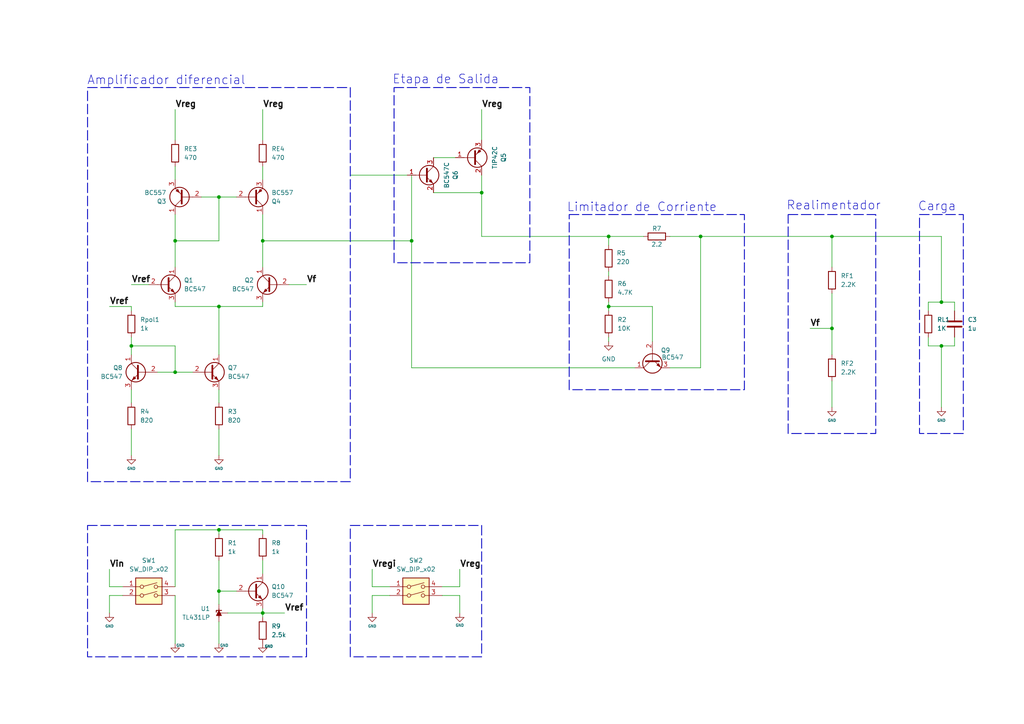
<source format=kicad_sch>
(kicad_sch (version 20250114) (generator "eeschema") (generator_version "9.0")
  (paper "A4")
  (lib_symbols
    (symbol "Device:C" (pin_numbers (hide yes)) (pin_names (offset 0.254))
      (property "Reference" "C" (at 0.635 2.54 0))
      (property "Value" "C" (at 0.635 -2.54 0))
      (symbol "C_0_1"
        (polyline (pts (xy -2.032 0.762) (xy 2.032 0.762)) (stroke (width 0.508)))
        (polyline (pts (xy -2.032 -0.762) (xy 2.032 -0.762)) (stroke (width 0.508)))
      )
      (symbol "C_1_1"
        (pin passive line (at 0 3.81 270) (length 2.794) (name "~") (number "1"))
        (pin passive line (at 0 -3.81 90) (length 2.794) (name "~") (number "2"))
      )
    )
    (symbol "Device:R" (pin_numbers (hide yes)) (pin_names (offset 0))
      (property "Reference" "R" (at 2.032 0 90))
      (property "Value" "R" (at 0 0 90))
      (symbol "R_0_1"
        (rectangle (start -1.016 -2.54) (end 1.016 2.54) (stroke (width 0.254)))
      )
      (symbol "R_1_1"
        (pin passive line (at 0 3.81 270) (length 1.27) (name "~") (number "1"))
        (pin passive line (at 0 -3.81 90) (length 1.27) (name "~") (number "2"))
      )
    )
    (symbol "Reference_Voltage:TL431LP" (pin_numbers (hide yes)) (pin_names (hide yes))
      (property "Reference" "U" (at -2.54 2.54 0))
      (property "Value" "TL431LP" (at 0 -2.54 0))
      (symbol "TL431LP_0_1"
        (polyline (pts (xy -1.27 0) (xy 0 0) (xy 1.27 0)))
        (polyline (pts (xy -0.762 -0.762) (xy -0.762 0.762) (xy 0.762 0) (xy -0.762 -0.762)) (fill (type outline)))
        (polyline (pts (xy 0.254 -0.762) (xy 0.762 -0.762) (xy 0.762 0.762) (xy 0.762 0.762)) (stroke (width 0.254)))
      )
      (symbol "TL431LP_1_1"
        (pin passive line (at -2.54 0 0) (length 2.54) (name "A") (number "2"))
        (pin passive line (at 0 2.54 270) (length 2.54) (name "REF") (number "1"))
        (pin passive line (at 2.54 0 180) (length 2.54) (name "K") (number "3"))
      )
    )
    (symbol "Switch:SW_DIP_x02" (pin_names (offset 0) (hide yes))
      (property "Reference" "SW" (at 0 6.35 0))
      (property "Value" "SW_DIP_x02" (at 0 -3.81 0))
      (symbol "SW_DIP_x02_0_0"
        (circle (center -2.032 2.54) (radius 0.508))
        (circle (center -2.032 0) (radius 0.508))
        (polyline (pts (xy -1.524 2.667) (xy 2.3622 3.7084)))
        (polyline (pts (xy -1.524 0.127) (xy 2.3622 1.1684)))
        (circle (center 2.032 2.54) (radius 0.508))
        (circle (center 2.032 0) (radius 0.508))
      )
      (symbol "SW_DIP_x02_0_1"
        (rectangle (start -3.81 5.08) (end 3.81 -2.54) (stroke (width 0.254)) (fill (type background)))
      )
      (symbol "SW_DIP_x02_1_1"
        (pin passive line (at -7.62 2.54 0) (length 5.08) (name "~") (number "1"))
        (pin passive line (at -7.62 0 0) (length 5.08) (name "~") (number "2"))
        (pin passive line (at 7.62 2.54 180) (length 5.08) (name "~") (number "4"))
        (pin passive line (at 7.62 0 180) (length 5.08) (name "~") (number "3"))
      )
    )
    (symbol "Transistor_BJT:2N3055" (pin_names (offset 0) (hide yes))
      (property "Reference" "Q" (at 5.08 1.905 0))
      (property "Value" "2N3055" (at 5.08 0 0))
      (symbol "2N3055_0_1"
        (polyline (pts (xy -2.54 0) (xy 0.635 0)))
        (polyline (pts (xy 0.635 1.905) (xy 0.635 -1.905)) (stroke (width 0.508)))
        (circle (center 1.27 0) (radius 2.8194) (stroke (width 0.254)))
      )
      (symbol "2N3055_1_1"
        (polyline (pts (xy 0.635 0.635) (xy 2.54 2.54)))
        (polyline (pts (xy 0.635 -0.635) (xy 2.54 -2.54)))
        (polyline (pts (xy 1.27 -1.778) (xy 1.778 -1.27) (xy 2.286 -2.286) (xy 1.27 -1.778)) (fill (type outline)))
        (pin input line (at -5.08 0 0) (length 2.54) (name "B") (number "1"))
        (pin passive line (at 2.54 5.08 270) (length 2.54) (name "C") (number "3"))
        (pin passive line (at 2.54 -5.08 90) (length 2.54) (name "E") (number "2"))
      )
    )
    (symbol "Transistor_BJT:BC547" (pin_names (offset 0) (hide yes))
      (property "Reference" "Q" (at 5.08 1.905 0))
      (property "Value" "BC547" (at 5.08 0 0))
      (symbol "BC547_0_1"
        (polyline (pts (xy -2.54 0) (xy 0.635 0)))
        (polyline (pts (xy 0.635 1.905) (xy 0.635 -1.905)) (stroke (width 0.508)))
        (circle (center 1.27 0) (radius 2.8194) (stroke (width 0.254)))
      )
      (symbol "BC547_1_1"
        (polyline (pts (xy 0.635 0.635) (xy 2.54 2.54)))
        (polyline (pts (xy 0.635 -0.635) (xy 2.54 -2.54)))
        (polyline (pts (xy 1.27 -1.778) (xy 1.778 -1.27) (xy 2.286 -2.286) (xy 1.27 -1.778)) (fill (type outline)))
        (pin input line (at -5.08 0 0) (length 2.54) (name "B") (number "2"))
        (pin passive line (at 2.54 5.08 270) (length 2.54) (name "C") (number "1"))
        (pin passive line (at 2.54 -5.08 90) (length 2.54) (name "E") (number "3"))
      )
    )
    (symbol "Transistor_BJT:BC557" (pin_names (offset 0) (hide yes))
      (property "Reference" "Q" (at 5.08 1.905 0))
      (property "Value" "BC557" (at 5.08 0 0))
      (symbol "BC557_0_1"
        (polyline (pts (xy -2.54 0) (xy 0.635 0)))
        (polyline (pts (xy 0.635 1.905) (xy 0.635 -1.905)) (stroke (width 0.508)))
        (polyline (pts (xy 0.635 0.635) (xy 2.54 2.54)))
        (polyline (pts (xy 0.635 -0.635) (xy 2.54 -2.54)))
        (circle (center 1.27 0) (radius 2.8194) (stroke (width 0.254)))
        (polyline (pts (xy 2.286 -1.778) (xy 1.778 -2.286) (xy 1.27 -1.27) (xy 2.286 -1.778)) (fill (type outline)))
      )
      (symbol "BC557_1_1"
        (pin input line (at -5.08 0 0) (length 2.54) (name "B") (number "2"))
        (pin passive line (at 2.54 5.08 270) (length 2.54) (name "C") (number "1"))
        (pin passive line (at 2.54 -5.08 90) (length 2.54) (name "E") (number "3"))
      )
    )
    (symbol "Transistor_BJT:TIP42C" (pin_names (offset 0) (hide yes))
      (property "Reference" "Q" (at 6.35 1.905 0))
      (property "Value" "TIP42C" (at 6.35 0 0))
      (symbol "TIP42C_0_1"
        (polyline (pts (xy -2.54 0) (xy 0.635 0)))
        (polyline (pts (xy 0.635 1.905) (xy 0.635 -1.905)) (stroke (width 0.508)))
        (polyline (pts (xy 0.635 0.635) (xy 2.54 2.54)))
        (polyline (pts (xy 0.635 -0.635) (xy 2.54 -2.54)))
        (circle (center 1.27 0) (radius 2.8194) (stroke (width 0.254)))
        (polyline (pts (xy 2.286 -1.778) (xy 1.778 -2.286) (xy 1.27 -1.27) (xy 2.286 -1.778)) (fill (type outline)))
      )
      (symbol "TIP42C_1_1"
        (pin input line (at -5.08 0 0) (length 2.54) (name "B") (number "1"))
        (pin passive line (at 2.54 5.08 270) (length 2.54) (name "C") (number "2"))
        (pin passive line (at 2.54 -5.08 90) (length 2.54) (name "E") (number "3"))
      )
    )
    (symbol "complex_hierarchy:GND" (power) (pin_names (offset 0))
      (property "Value" "GND" (at 0 -3.1242 0))
      (symbol "GND_0_1"
        (polyline (pts (xy 0 0) (xy 0 -1.27) (xy 1.27 -1.27) (xy 0 -2.54) (xy -1.27 -1.27) (xy 0 -1.27)))
      )
      (symbol "GND_1_1"
        (pin power_in line (at 0 0 270) (length 0) (hide yes) (name "GND") (number "1"))
      )
    )
    (symbol "complex_hierarchy:R" (pin_numbers (hide yes)) (pin_names (offset 0))
      (property "Reference" "R" (at 2.032 0 90))
      (property "Value" "R" (at 0 0 90))
      (symbol "R_0_1"
        (rectangle (start -1.016 -2.54) (end 1.016 2.54) (stroke (width 0.254)))
      )
      (symbol "R_1_1"
        (pin passive line (at 0 3.81 270) (length 1.27) (name "~") (number "1"))
        (pin passive line (at 0 -3.81 90) (length 1.27) (name "~") (number "2"))
      )
    )
    (symbol "power:GND" (power) (pin_numbers (hide yes)) (pin_names (offset 0) (hide yes))
      (property "Value" "GND" (at 0 -3.81 0))
      (symbol "GND_0_1"
        (polyline (pts (xy 0 0) (xy 0 -1.27) (xy 1.27 -1.27) (xy 0 -2.54) (xy -1.27 -1.27) (xy 0 -1.27)))
      )
      (symbol "GND_1_1"
        (pin power_in line (at 0 0 270) (length 0) (name "~") (number "1"))
      )
    )
  )
  (rectangle (start 25.4 152.4) (end 88.9 190.5) (stroke (width 0.254) (type dash)))
  (rectangle (start 101.6 152.4) (end 139.7 190.5) (stroke (width 0.254) (type dash)))
  (rectangle (start 25.4 25.4) (end 101.6 139.7) (stroke (width 0.254) (type dash)))
  (rectangle (start 165.1 62.23) (end 215.9 113.03) (stroke (width 0.254) (type dash)))
  (rectangle (start 114.3 25.4) (end 153.67 76.2) (stroke (width 0.254) (type dash)))
  (rectangle (start 266.7 62.23) (end 279.4 125.73) (stroke (width 0.254) (type dash)))
  (rectangle (start 228.6 62.23) (end 254 125.73) (stroke (width 0.254) (type dash)))
  (text "Limitador de Corriente" (at 186.182 60.198 0) (effects (font (size 2.54 2.54))))
  (text "Carga" (at 271.78 59.944 0) (effects (font (size 2.54 2.54))))
  (text "Realimentador" (at 241.808 59.69 0) (effects (font (size 2.54 2.54))))
  (text "Etapa de Salida" (at 129.286 23.114 0) (effects (font (size 2.54 2.54))))
  (text "Amplificador diferencial" (at 48.26 23.368 0) (effects (font (size 2.54 2.54))))
  (junction (at 76.2 177.8))
  (junction (at 139.7 55.88))
  (junction (at 119.38 69.85))
  (junction (at 241.3 68.58))
  (junction (at 38.1 100.33))
  (junction (at 76.2 69.85))
  (junction (at 50.8 107.95))
  (junction (at 50.8 69.85))
  (junction (at 241.3 95.25))
  (junction (at 203.2 68.58))
  (junction (at 63.5 153.67))
  (junction (at 273.05 87.63))
  (junction (at 273.05 100.33))
  (junction (at 63.5 88.9))
  (junction (at 63.5 57.15))
  (junction (at 176.53 88.9))
  (junction (at 63.5 171.45))
  (junction (at 176.53 68.58))
  (wire (pts (xy 38.1 124.46) (xy 38.1 132.08)))
  (wire (pts (xy 241.3 85.09) (xy 241.3 95.25)))
  (wire (pts (xy 203.2 68.58) (xy 203.2 106.68)))
  (wire (pts (xy 107.95 165.1) (xy 107.95 170.18)))
  (wire (pts (xy 113.03 172.72) (xy 107.95 172.72)))
  (wire (pts (xy 234.95 95.25) (xy 241.3 95.25)))
  (wire (pts (xy 241.3 118.11) (xy 241.3 110.49)))
  (wire (pts (xy 45.72 107.95) (xy 50.8 107.95)))
  (wire (pts (xy 107.95 170.18) (xy 113.03 170.18)))
  (wire (pts (xy 241.3 95.25) (xy 241.3 102.87)))
  (wire (pts (xy 38.1 88.9) (xy 38.1 90.17)))
  (wire (pts (xy 241.3 68.58) (xy 241.3 77.47)))
  (wire (pts (xy 273.05 87.63) (xy 276.86 87.63)))
  (wire (pts (xy 31.75 172.72) (xy 31.75 177.8)))
  (wire (pts (xy 63.5 132.08) (xy 63.5 124.46)))
  (wire (pts (xy 63.5 162.56) (xy 63.5 171.45)))
  (wire (pts (xy 76.2 48.26) (xy 76.2 52.07)))
  (wire (pts (xy 76.2 62.23) (xy 76.2 69.85)))
  (wire (pts (xy 76.2 179.07) (xy 76.2 177.8)))
  (wire (pts (xy 66.04 177.8) (xy 76.2 177.8)))
  (wire (pts (xy 63.5 171.45) (xy 68.58 171.45)))
  (wire (pts (xy 269.24 90.17) (xy 269.24 87.63)))
  (wire (pts (xy 50.8 87.63) (xy 50.8 88.9)))
  (wire (pts (xy 31.75 170.18) (xy 35.56 170.18)))
  (wire (pts (xy 176.53 87.63) (xy 176.53 88.9)))
  (wire (pts (xy 76.2 69.85) (xy 76.2 77.47)))
  (wire (pts (xy 176.53 88.9) (xy 176.53 90.17)))
  (wire (pts (xy 76.2 162.56) (xy 76.2 166.37)))
  (wire (pts (xy 133.35 170.18) (xy 128.27 170.18)))
  (wire (pts (xy 176.53 78.74) (xy 176.53 80.01)))
  (wire (pts (xy 50.8 170.18) (xy 50.8 153.67)))
  (wire (pts (xy 139.7 68.58) (xy 176.53 68.58)))
  (wire (pts (xy 35.56 172.72) (xy 31.75 172.72)))
  (wire (pts (xy 38.1 100.33) (xy 38.1 102.87)))
  (wire (pts (xy 83.82 82.55) (xy 88.9 82.55)))
  (wire (pts (xy 107.95 172.72) (xy 107.95 177.8)))
  (wire (pts (xy 50.8 107.95) (xy 55.88 107.95)))
  (wire (pts (xy 119.38 106.68) (xy 119.38 69.85)))
  (wire (pts (xy 132.08 45.72) (xy 125.73 45.72)))
  (wire (pts (xy 63.5 180.34) (xy 63.5 186.69)))
  (wire (pts (xy 276.86 97.79) (xy 276.86 100.33)))
  (wire (pts (xy 273.05 100.33) (xy 276.86 100.33)))
  (wire (pts (xy 273.05 68.58) (xy 273.05 87.63)))
  (wire (pts (xy 63.5 116.84) (xy 63.5 113.03)))
  (wire (pts (xy 76.2 154.94) (xy 76.2 153.67)))
  (wire (pts (xy 50.8 69.85) (xy 63.5 69.85)))
  (wire (pts (xy 50.8 31.75) (xy 50.8 40.64)))
  (wire (pts (xy 133.35 172.72) (xy 128.27 172.72)))
  (wire (pts (xy 38.1 97.79) (xy 38.1 100.33)))
  (wire (pts (xy 38.1 82.55) (xy 43.18 82.55)))
  (wire (pts (xy 76.2 31.75) (xy 76.2 40.64)))
  (wire (pts (xy 76.2 69.85) (xy 119.38 69.85)))
  (wire (pts (xy 63.5 88.9) (xy 76.2 88.9)))
  (wire (pts (xy 38.1 113.03) (xy 38.1 116.84)))
  (wire (pts (xy 189.23 88.9) (xy 189.23 99.06)))
  (wire (pts (xy 119.38 50.8) (xy 119.38 69.85)))
  (wire (pts (xy 31.75 88.9) (xy 38.1 88.9)))
  (wire (pts (xy 176.53 71.12) (xy 176.53 68.58)))
  (wire (pts (xy 269.24 97.79) (xy 269.24 100.33)))
  (wire (pts (xy 38.1 100.33) (xy 50.8 100.33)))
  (wire (pts (xy 50.8 172.72) (xy 50.8 186.69)))
  (wire (pts (xy 276.86 90.17) (xy 276.86 87.63)))
  (wire (pts (xy 76.2 176.53) (xy 76.2 177.8)))
  (wire (pts (xy 31.75 165.1) (xy 31.75 170.18)))
  (wire (pts (xy 63.5 57.15) (xy 63.5 69.85)))
  (wire (pts (xy 63.5 57.15) (xy 68.58 57.15)))
  (wire (pts (xy 50.8 88.9) (xy 63.5 88.9)))
  (wire (pts (xy 50.8 69.85) (xy 50.8 77.47)))
  (wire (pts (xy 269.24 100.33) (xy 273.05 100.33)))
  (wire (pts (xy 194.31 68.58) (xy 203.2 68.58)))
  (wire (pts (xy 176.53 68.58) (xy 186.69 68.58)))
  (wire (pts (xy 241.3 68.58) (xy 273.05 68.58)))
  (wire (pts (xy 269.24 87.63) (xy 273.05 87.63)))
  (wire (pts (xy 76.2 87.63) (xy 76.2 88.9)))
  (wire (pts (xy 176.53 97.79) (xy 176.53 99.06)))
  (wire (pts (xy 139.7 50.8) (xy 139.7 55.88)))
  (wire (pts (xy 50.8 62.23) (xy 50.8 69.85)))
  (wire (pts (xy 176.53 88.9) (xy 189.23 88.9)))
  (wire (pts (xy 118.11 50.8) (xy 101.6 50.8)))
  (wire (pts (xy 133.35 170.18) (xy 133.35 165.1)))
  (wire (pts (xy 139.7 31.75) (xy 139.7 40.64)))
  (wire (pts (xy 139.7 55.88) (xy 139.7 68.58)))
  (wire (pts (xy 119.38 106.68) (xy 184.15 106.68)))
  (wire (pts (xy 63.5 171.45) (xy 63.5 175.26)))
  (wire (pts (xy 50.8 153.67) (xy 63.5 153.67)))
  (wire (pts (xy 139.7 55.88) (xy 125.73 55.88)))
  (wire (pts (xy 63.5 153.67) (xy 63.5 154.94)))
  (wire (pts (xy 203.2 68.58) (xy 241.3 68.58)))
  (wire (pts (xy 76.2 177.8) (xy 82.55 177.8)))
  (wire (pts (xy 273.05 100.33) (xy 273.05 118.11)))
  (wire (pts (xy 203.2 106.68) (xy 194.31 106.68)))
  (wire (pts (xy 63.5 88.9) (xy 63.5 102.87)))
  (wire (pts (xy 50.8 48.26) (xy 50.8 52.07)))
  (wire (pts (xy 50.8 100.33) (xy 50.8 107.95)))
  (wire (pts (xy 76.2 153.67) (xy 63.5 153.67)))
  (wire (pts (xy 58.42 57.15) (xy 63.5 57.15)))
  (wire (pts (xy 133.35 172.72) (xy 133.35 177.8)))
  (label "Vref" (at 82.55 177.8 0) (effects (font (size 1.778 1.778) (thickness 0.3556) (bold yes))))
  (label "Vregi" (at 107.95 165.1 0) (effects (font (size 1.778 1.778) (thickness 0.3556) (bold yes))))
  (label "Vreg" (at 139.7 31.75 0) (effects (font (size 1.778 1.778) (thickness 0.3556) (bold yes))))
  (label "Vf" (at 88.9 82.55 0) (effects (font (size 1.778 1.778) (thickness 0.3556) (bold yes))))
  (label "Vf" (at 234.95 95.25 0) (effects (font (size 1.778 1.778) (thickness 0.3556) (bold yes))))
  (label "Vreg" (at 50.8 31.75 0) (effects (font (size 1.778 1.778) (thickness 0.3556) (bold yes))))
  (label "Vin" (at 31.75 165.1 0) (effects (font (size 1.778 1.778) (thickness 0.3556) (bold yes))))
  (label "Vreg" (at 133.35 165.1 0) (effects (font (size 1.778 1.778) (thickness 0.3556) (bold yes))))
  (label "Vreg" (at 76.2 31.75 0) (effects (font (size 1.778 1.778) (thickness 0.3556) (bold yes))))
  (label "Vref" (at 31.75 88.9 0) (effects (font (size 1.778 1.778) (thickness 0.3556) (bold yes))))
  (label "Vref" (at 38.1 82.55 0) (effects (font (size 1.778 1.778) (thickness 0.3556) (bold yes))))
  (symbol (lib_id "Transistor_BJT:BC557") (at 73.66 57.15 0) (mirror x) (unit 1)
    (property "Reference" "Q4" (at 78.74 58.4201 0) (effects (justify left)))
    (property "Value" "BC557" (at 78.74 55.8801 0) (effects (justify left)))
    (property "Footprint" "Package_TO_SOT_THT:TO-92_Inline" (effects (hide yes)))
    (property "Datasheet" "https://www.onsemi.com/pub/Collateral/BC556BTA-D.pdf" (effects (hide yes)))
    (property "Description" "0.1A Ic, 45V Vce, PNP Small Signal Transistor, TO-92" (effects (hide yes)))
  )
  (symbol (lib_id "Switch:SW_DIP_x02") (at 43.18 172.72 0) (unit 1)
    (property "Reference" "SW1" (at 43.18 162.56 0))
    (property "Value" "SW_DIP_x02" (at 43.18 165.1 0))
    (property "Description" "2x DIP Switch, Single Pole Single Throw (SPST) switch, small symbol" (effects (hide yes)))
  )
  (symbol (lib_id "Switch:SW_DIP_x02") (at 120.65 172.72 0) (unit 1)
    (property "Reference" "SW2" (at 120.65 162.56 0))
    (property "Value" "SW_DIP_x02" (at 120.65 165.1 0))
    (property "Description" "2x DIP Switch, Single Pole Single Throw (SPST) switch, small symbol" (effects (hide yes)))
  )
  (symbol (lib_id "Device:R") (at 76.2 158.75 0) (unit 1)
    (property "Reference" "R8" (at 78.74 157.4799 0) (effects (justify left)))
    (property "Value" "1k" (at 78.74 160.0199 0) (effects (justify left)))
    (property "Description" "Resistor" (effects (hide yes)))
  )
  (symbol (lib_id "complex_hierarchy:GND") (at 63.5 186.69 0) (unit 1)
    (property "Reference" "#PWR05" (effects (hide yes)))
    (property "Value" "GND" (at 65.024 187.198 0) (effects (font (size 0.762 0.762))))
  )
  (symbol (lib_id "Transistor_BJT:BC547") (at 73.66 171.45 0) (unit 1)
    (property "Reference" "Q10" (at 78.74 170.1799 0) (effects (justify left)))
    (property "Value" "BC547" (at 78.74 172.7199 0) (effects (justify left)))
    (property "Footprint" "Package_TO_SOT_THT:TO-92_Inline" (effects (hide yes)))
    (property "Datasheet" "https://www.onsemi.com/pub/Collateral/BC550-D.pdf" (effects (hide yes)))
    (property "Description" "0.1A Ic, 45V Vce, Small Signal NPN Transistor, TO-92" (effects (hide yes)))
  )
  (symbol (lib_id "complex_hierarchy:GND") (at 133.35 177.8 0) (unit 1)
    (property "Reference" "#PWR011" (effects (hide yes)))
    (property "Value" "GND" (at 133.35 181.356 0) (effects (font (size 0.762 0.762))))
  )
  (symbol (lib_id "power:GND") (at 176.53 99.06 0) (unit 1)
    (property "Reference" "#PWR03" (effects (hide yes)))
    (property "Value" "GND" (at 176.53 104.14 0))
    (property "Description" "Power symbol creates a global label with name \"GND\" , ground" (effects (hide yes)))
  )
  (symbol (lib_id "complex_hierarchy:GND") (at 50.8 186.69 0) (unit 1)
    (property "Reference" "#PWR08" (effects (hide yes)))
    (property "Value" "GND" (at 52.324 187.198 0) (effects (font (size 0.762 0.762))))
  )
  (symbol (lib_id "complex_hierarchy:GND") (at 31.75 177.8 0) (unit 1)
    (property "Reference" "#PWR09" (effects (hide yes)))
    (property "Value" "GND" (at 31.75 181.61 0) (effects (font (size 0.762 0.762))))
  )
  (symbol (lib_id "complex_hierarchy:R") (at 76.2 44.45 0) (unit 1)
    (property "Reference" "RE4" (at 78.74 43.1799 0) (effects (justify left)))
    (property "Value" "470" (at 78.74 45.7199 0) (effects (justify left)))
  )
  (symbol (lib_id "Device:R") (at 38.1 120.65 0) (unit 1)
    (property "Reference" "R4" (at 40.64 119.3799 0) (effects (justify left)))
    (property "Value" "820" (at 40.64 121.9199 0) (effects (justify left)))
    (property "Description" "Resistor" (effects (hide yes)))
  )
  (symbol (lib_id "Device:C") (at 276.86 93.98 0) (unit 1)
    (property "Reference" "C3" (at 280.67 92.7099 0) (effects (justify left)))
    (property "Value" "1u" (at 280.67 95.2499 0) (effects (justify left)))
    (property "Description" "Unpolarized capacitor" (effects (hide yes)))
  )
  (symbol (lib_id "Transistor_BJT:BC547") (at 189.23 104.14 90) (mirror x) (unit 1)
    (property "Reference" "Q9" (at 193.04 101.6 90))
    (property "Value" "BC547" (at 195.072 103.632 90))
    (property "Footprint" "Package_TO_SOT_THT:TO-92_Inline" (effects (hide yes)))
    (property "Datasheet" "https://www.onsemi.com/pub/Collateral/BC550-D.pdf" (effects (hide yes)))
    (property "Description" "0.1A Ic, 45V Vce, Small Signal NPN Transistor, TO-92" (effects (hide yes)))
  )
  (symbol (lib_id "Device:R") (at 176.53 83.82 0) (unit 1)
    (property "Reference" "R6" (at 179.07 82.296 0) (effects (justify left)))
    (property "Value" "4.7K" (at 179.07 84.836 0) (effects (justify left)))
    (property "Description" "Resistor" (effects (hide yes)))
  )
  (symbol (lib_id "Transistor_BJT:BC547") (at 60.96 107.95 0) (unit 1)
    (property "Reference" "Q7" (at 66.04 106.6799 0) (effects (justify left)))
    (property "Value" "BC547" (at 66.04 109.2199 0) (effects (justify left)))
    (property "Footprint" "Package_TO_SOT_THT:TO-92_Inline" (effects (hide yes)))
    (property "Datasheet" "https://www.onsemi.com/pub/Collateral/BC550-D.pdf" (effects (hide yes)))
    (property "Description" "0.1A Ic, 45V Vce, Small Signal NPN Transistor, TO-92" (effects (hide yes)))
  )
  (symbol (lib_id "Device:R") (at 241.3 81.28 0) (unit 1)
    (property "Reference" "RF1" (at 243.84 80.0099 0) (effects (justify left)))
    (property "Value" "2.2K" (at 243.84 82.5499 0) (effects (justify left)))
    (property "Description" "Resistor" (effects (hide yes)))
  )
  (symbol (lib_id "complex_hierarchy:GND") (at 38.1 132.08 0) (unit 1)
    (property "Reference" "#PWR01" (effects (hide yes)))
    (property "Value" "GND" (at 38.1 135.89 0) (effects (font (size 0.762 0.762))))
  )
  (symbol (lib_id "Transistor_BJT:TIP42C") (at 137.16 45.72 0) (mirror x) (unit 1)
    (property "Reference" "Q5" (at 146.05 45.72 90))
    (property "Value" "TIP42C" (at 143.51 45.72 90))
    (property "Footprint" "Package_TO_SOT_THT:TO-220-3_Vertical" (effects (hide yes)))
    (property "Datasheet" "https://www.centralsemi.com/get_document.php?cmp=1&mergetype=pd&mergepath=pd&pdf_id=TIP42.PDF" (effects (hide yes)))
    (property "Description" "-6A Ic, -100V Vce, Power PNP Transistor, TO-220" (effects (hide yes)))
  )
  (symbol (lib_id "complex_hierarchy:GND") (at 63.5 132.08 0) (unit 1)
    (property "Reference" "#PWR02" (effects (hide yes)))
    (property "Value" "GND" (at 63.5 135.89 0) (effects (font (size 0.762 0.762))))
  )
  (symbol (lib_id "complex_hierarchy:R") (at 38.1 93.98 0) (unit 1)
    (property "Reference" "Rpol1" (at 40.64 92.7099 0) (effects (justify left)))
    (property "Value" "1k" (at 40.64 95.2499 0) (effects (justify left)))
  )
  (symbol (lib_id "Transistor_BJT:BC557") (at 53.34 57.15 180) (unit 1)
    (property "Reference" "Q3" (at 48.26 58.4201 0) (effects (justify left)))
    (property "Value" "BC557" (at 48.26 55.8801 0) (effects (justify left)))
    (property "Footprint" "Package_TO_SOT_THT:TO-92_Inline" (effects (hide yes)))
    (property "Datasheet" "https://www.onsemi.com/pub/Collateral/BC556BTA-D.pdf" (effects (hide yes)))
    (property "Description" "0.1A Ic, 45V Vce, PNP Small Signal Transistor, TO-92" (effects (hide yes)))
  )
  (symbol (lib_id "complex_hierarchy:GND") (at 241.3 118.11 0) (unit 1)
    (property "Reference" "#PWR04" (effects (hide yes)))
    (property "Value" "GND" (at 241.3 121.92 0) (effects (font (size 0.762 0.762))))
  )
  (symbol (lib_id "Device:R") (at 241.3 106.68 0) (unit 1)
    (property "Reference" "RF2" (at 243.84 105.4099 0) (effects (justify left)))
    (property "Value" "2.2K" (at 243.84 107.9499 0) (effects (justify left)))
    (property "Description" "Resistor" (effects (hide yes)))
  )
  (symbol (lib_id "complex_hierarchy:GND") (at 76.2 186.69 0) (unit 1)
    (property "Reference" "#PWR07" (effects (hide yes)))
    (property "Value" "GND" (at 77.978 187.452 0) (effects (font (size 0.762 0.762))))
  )
  (symbol (lib_id "Device:R") (at 269.24 93.98 0) (unit 1)
    (property "Reference" "RL1" (at 271.78 92.7099 0) (effects (justify left)))
    (property "Value" "1K" (at 271.78 95.2499 0) (effects (justify left)))
    (property "Description" "Resistor" (effects (hide yes)))
  )
  (symbol (lib_id "Reference_Voltage:TL431LP") (at 63.5 177.8 270) (mirror x) (unit 1)
    (property "Reference" "U1" (at 60.96 176.5299 90) (effects (justify right)))
    (property "Value" "TL431LP" (at 60.96 179.0699 90) (effects (justify right)))
    (property "Footprint" "Package_TO_SOT_THT:TO-92_Inline" (effects (hide yes)))
    (property "Datasheet" "http://www.ti.com/lit/ds/symlink/tl431.pdf" (effects (hide yes)))
    (property "Description" "Shunt Regulator, TO-92" (effects (hide yes)))
  )
  (symbol (lib_id "Transistor_BJT:BC547") (at 78.74 82.55 0) (mirror y) (unit 1)
    (property "Reference" "Q2" (at 73.66 81.2799 0) (effects (justify left)))
    (property "Value" "BC547" (at 73.66 83.8199 0) (effects (justify left)))
    (property "Footprint" "Package_TO_SOT_THT:TO-92_Inline" (effects (hide yes)))
    (property "Datasheet" "https://www.onsemi.com/pub/Collateral/BC550-D.pdf" (effects (hide yes)))
    (property "Description" "0.1A Ic, 45V Vce, Small Signal NPN Transistor, TO-92" (effects (hide yes)))
  )
  (symbol (lib_id "Device:R") (at 190.5 68.58 90) (unit 1)
    (property "Reference" "R7" (at 190.5 66.294 90))
    (property "Value" "2.2" (at 190.5 70.866 90))
    (property "Description" "Resistor" (effects (hide yes)))
  )
  (symbol (lib_id "Transistor_BJT:BC547") (at 48.26 82.55 0) (unit 1)
    (property "Reference" "Q1" (at 53.34 81.2799 0) (effects (justify left)))
    (property "Value" "BC547" (at 53.34 83.8199 0) (effects (justify left)))
    (property "Footprint" "Package_TO_SOT_THT:TO-92_Inline" (effects (hide yes)))
    (property "Datasheet" "https://www.onsemi.com/pub/Collateral/BC550-D.pdf" (effects (hide yes)))
    (property "Description" "0.1A Ic, 45V Vce, Small Signal NPN Transistor, TO-92" (effects (hide yes)))
  )
  (symbol (lib_id "Transistor_BJT:BC547") (at 40.64 107.95 0) (mirror y) (unit 1)
    (property "Reference" "Q8" (at 35.56 106.6799 0) (effects (justify left)))
    (property "Value" "BC547" (at 35.56 109.2199 0) (effects (justify left)))
    (property "Footprint" "Package_TO_SOT_THT:TO-92_Inline" (effects (hide yes)))
    (property "Datasheet" "https://www.onsemi.com/pub/Collateral/BC550-D.pdf" (effects (hide yes)))
    (property "Description" "0.1A Ic, 45V Vce, Small Signal NPN Transistor, TO-92" (effects (hide yes)))
  )
  (symbol (lib_id "Device:R") (at 63.5 120.65 180) (unit 1)
    (property "Reference" "R3" (at 66.04 119.3799 0) (effects (justify right)))
    (property "Value" "820" (at 66.04 121.9199 0) (effects (justify right)))
    (property "Description" "Resistor" (effects (hide yes)))
  )
  (symbol (lib_id "Device:R") (at 176.53 93.98 0) (unit 1)
    (property "Reference" "R2" (at 179.07 92.7099 0) (effects (justify left)))
    (property "Value" "10K" (at 179.07 95.2499 0) (effects (justify left)))
    (property "Description" "Resistor" (effects (hide yes)))
  )
  (symbol (lib_id "Transistor_BJT:2N3055") (at 123.19 50.8 0) (unit 1)
    (property "Reference" "Q6" (at 132.08 50.8 90))
    (property "Value" "BC547C" (at 129.54 50.8 90))
    (property "Footprint" "Package_TO_SOT_THT:TO-3" (effects (hide yes)))
    (property "Datasheet" "http://www.onsemi.com/pub_link/Collateral/2N3055-D.PDF" (effects (hide yes)))
    (property "Description" "15A Ic, 60V Vce, Power NPN Transistor, TO-3" (effects (hide yes)))
  )
  (symbol (lib_id "complex_hierarchy:R") (at 50.8 44.45 0) (unit 1)
    (property "Reference" "RE3" (at 53.34 43.1799 0) (effects (justify left)))
    (property "Value" "470" (at 53.34 45.7199 0) (effects (justify left)))
  )
  (symbol (lib_id "complex_hierarchy:GND") (at 107.95 177.8 0) (unit 1)
    (property "Reference" "#PWR010" (effects (hide yes)))
    (property "Value" "GND" (at 107.95 181.61 0) (effects (font (size 0.762 0.762))))
  )
  (symbol (lib_id "complex_hierarchy:GND") (at 273.05 118.11 0) (unit 1)
    (property "Reference" "#PWR06" (effects (hide yes)))
    (property "Value" "GND" (at 273.05 121.92 0) (effects (font (size 0.762 0.762))))
  )
  (symbol (lib_id "Device:R") (at 76.2 182.88 0) (unit 1)
    (property "Reference" "R9" (at 78.74 181.6099 0) (effects (justify left)))
    (property "Value" "2.5k" (at 78.74 184.1499 0) (effects (justify left)))
    (property "Description" "Resistor" (effects (hide yes)))
  )
  (symbol (lib_id "Device:R") (at 63.5 158.75 0) (unit 1)
    (property "Reference" "R1" (at 66.04 157.4799 0) (effects (justify left)))
    (property "Value" "1k" (at 66.04 160.0199 0) (effects (justify left)))
    (property "Description" "Resistor" (effects (hide yes)))
  )
  (symbol (lib_id "Device:R") (at 176.53 74.93 0) (unit 1)
    (property "Reference" "R5" (at 178.816 73.406 0) (effects (justify left)))
    (property "Value" "220" (at 178.816 75.946 0) (effects (justify left)))
    (property "Description" "Resistor" (effects (hide yes)))
  )
)
</source>
